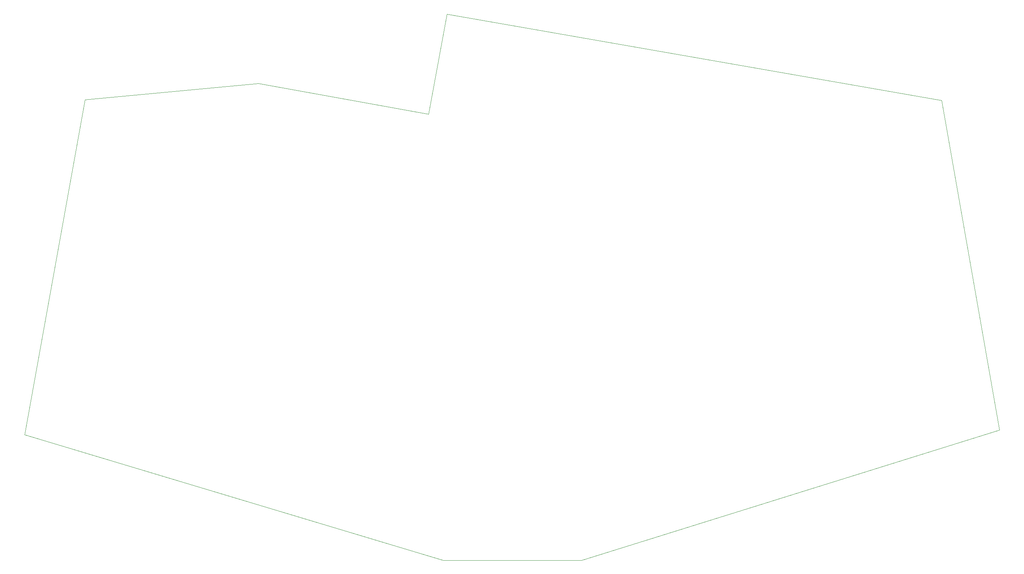
<source format=gbr>
%TF.GenerationSoftware,KiCad,Pcbnew,7.0.2-0*%
%TF.CreationDate,2023-08-23T20:42:08+09:00*%
%TF.ProjectId,rev1,72657631-2e6b-4696-9361-645f70636258,rev?*%
%TF.SameCoordinates,Original*%
%TF.FileFunction,Profile,NP*%
%FSLAX46Y46*%
G04 Gerber Fmt 4.6, Leading zero omitted, Abs format (unit mm)*
G04 Created by KiCad (PCBNEW 7.0.2-0) date 2023-08-23 20:42:08*
%MOMM*%
%LPD*%
G01*
G04 APERTURE LIST*
%TA.AperFunction,Profile*%
%ADD10C,0.100000*%
%TD*%
G04 APERTURE END LIST*
D10*
X53800000Y-45600000D02*
X39700000Y-124200000D01*
X39700000Y-124200000D02*
X137700000Y-153600000D01*
X254400000Y-45800000D02*
X138600000Y-25500000D01*
X138600000Y-25500000D02*
X134300000Y-49000000D01*
X94500000Y-41800000D02*
X53800000Y-45600000D01*
X137700000Y-153600000D02*
X170100000Y-153600000D01*
X134300000Y-49000000D02*
X94500000Y-41800000D01*
X170100000Y-153600000D02*
X268000000Y-123100000D01*
X268000000Y-123100000D02*
X254400000Y-45800000D01*
M02*

</source>
